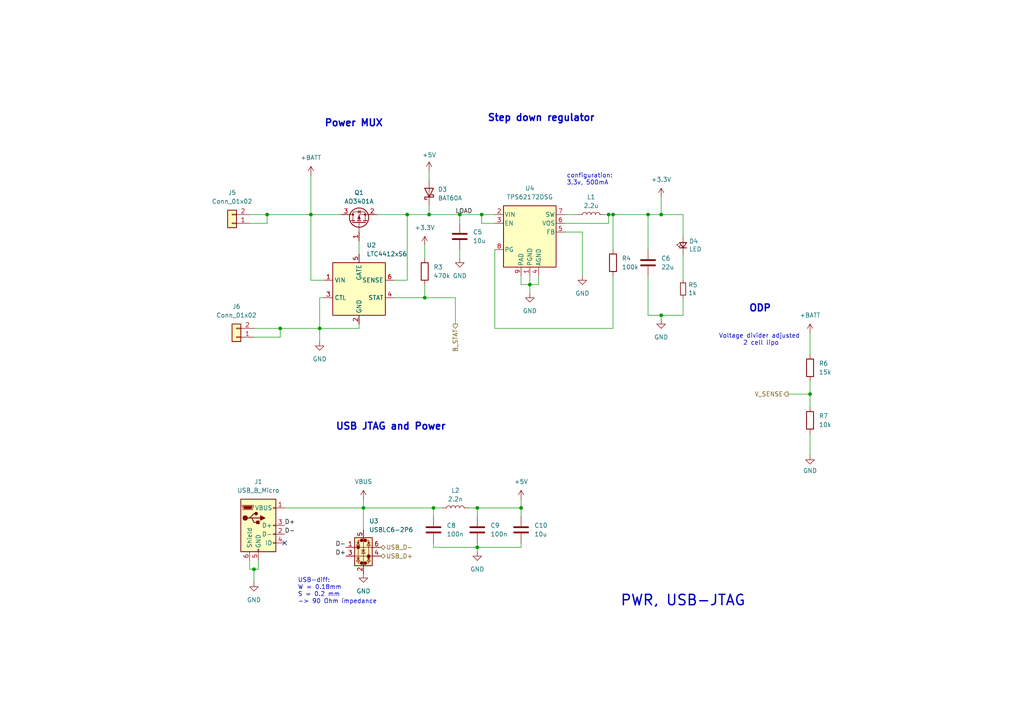
<source format=kicad_sch>
(kicad_sch (version 20231120) (generator "eeschema") (generator_version "8.0")
  (paper "A4")
  (lib_symbols
    (symbol "+3.3V_1" (power) (pin_numbers hide) (pin_names (offset 0) hide)
      (property "Value" "+3.3V" (at 0 3.556 0))
      (symbol "+3.3V_1_0_1"
        (polyline (pts (xy -0.762 1.27) (xy 0 2.54)))
        (polyline (pts (xy 0 0) (xy 0 2.54)))
        (polyline (pts (xy 0 2.54) (xy 0.762 1.27)))
      )
      (symbol "+3.3V_1_1_1"
        (pin power_in line (at 0 0 90) (length 0) (name "~") (number "1"))
      )
    )
    (symbol "Connector:USB_B_Micro" (pin_names (offset 1.016))
      (property "Reference" "J" (at -5.08 11.43 0))
      (property "Value" "USB_B_Micro" (at -5.08 8.89 0))
      (symbol "USB_B_Micro_0_1"
        (rectangle (start -5.08 -7.62) (end 5.08 7.62) (stroke (width 0.254)) (fill (type background)))
        (circle (center -3.81 2.159) (radius 0.635) (stroke (width 0.254)) (fill (type outline)))
        (circle (center -0.635 3.429) (radius 0.381) (stroke (width 0.254)) (fill (type outline)))
        (rectangle (start -0.127 -7.62) (end 0.127 -6.858))
        (polyline (pts (xy -1.905 2.159) (xy 0.635 2.159)) (stroke (width 0.254)))
        (polyline (pts (xy -3.175 2.159) (xy -2.54 2.159) (xy -1.27 3.429) (xy -0.635 3.429)) (stroke (width 0.254)))
        (polyline (pts (xy -2.54 2.159) (xy -1.905 2.159) (xy -1.27 0.889) (xy 0 0.889)) (stroke (width 0.254)))
        (polyline (pts (xy 0.635 2.794) (xy 0.635 1.524) (xy 1.905 2.159) (xy 0.635 2.794)) (stroke (width 0.254)) (fill (type outline)))
        (polyline (pts (xy -4.318 5.588) (xy -1.778 5.588) (xy -2.032 4.826) (xy -4.064 4.826) (xy -4.318 5.588)) (fill (type outline)))
        (polyline (pts (xy -4.699 5.842) (xy -4.699 5.588) (xy -4.445 4.826) (xy -4.445 4.572) (xy -1.651 4.572) (xy -1.651 4.826) (xy -1.397 5.588) (xy -1.397 5.842) (xy -4.699 5.842)))
        (rectangle (start 0.254 1.27) (end -0.508 0.508) (stroke (width 0.254)) (fill (type outline)))
        (rectangle (start 5.08 -5.207) (end 4.318 -4.953))
        (rectangle (start 5.08 -2.667) (end 4.318 -2.413))
        (rectangle (start 5.08 -0.127) (end 4.318 0.127))
        (rectangle (start 5.08 4.953) (end 4.318 5.207))
      )
      (symbol "USB_B_Micro_1_1"
        (pin power_out line (at 7.62 5.08 180) (length 2.54) (name "VBUS") (number "1"))
        (pin bidirectional line (at 7.62 -2.54 180) (length 2.54) (name "D-") (number "2"))
        (pin bidirectional line (at 7.62 0 180) (length 2.54) (name "D+") (number "3"))
        (pin passive line (at 7.62 -5.08 180) (length 2.54) (name "ID") (number "4"))
        (pin power_out line (at 0 -10.16 90) (length 2.54) (name "GND") (number "5"))
        (pin passive line (at -2.54 -10.16 90) (length 2.54) (name "Shield") (number "6"))
      )
    )
    (symbol "Connector_Generic:Conn_01x02" (pin_names (offset 1.016) hide)
      (property "Reference" "J" (at 0 2.54 0))
      (property "Value" "Conn_01x02" (at 0 -5.08 0))
      (symbol "Conn_01x02_1_1"
        (rectangle (start -1.27 -2.413) (end 0 -2.667) (stroke (width 0.1524)))
        (rectangle (start -1.27 0.127) (end 0 -0.127) (stroke (width 0.1524)))
        (rectangle (start -1.27 1.27) (end 1.27 -3.81) (stroke (width 0.254)) (fill (type background)))
        (pin passive line (at -5.08 0 0) (length 3.81) (name "Pin_1") (number "1"))
        (pin passive line (at -5.08 -2.54 0) (length 3.81) (name "Pin_2") (number "2"))
      )
    )
    (symbol "Device:C" (pin_numbers hide) (pin_names (offset 0.254))
      (property "Reference" "C" (at 0.635 2.54 0))
      (property "Value" "C" (at 0.635 -2.54 0))
      (symbol "C_0_1"
        (polyline (pts (xy -2.032 -0.762) (xy 2.032 -0.762)) (stroke (width 0.508)))
        (polyline (pts (xy -2.032 0.762) (xy 2.032 0.762)) (stroke (width 0.508)))
      )
      (symbol "C_1_1"
        (pin passive line (at 0 3.81 270) (length 2.794) (name "~") (number "1"))
        (pin passive line (at 0 -3.81 90) (length 2.794) (name "~") (number "2"))
      )
    )
    (symbol "Device:L" (pin_numbers hide) (pin_names (offset 1.016) hide)
      (property "Reference" "L" (at -1.27 0 90))
      (property "Value" "L" (at 1.905 0 90))
      (symbol "L_0_1"
        (arc (start 0 -2.54) (mid 0.6323 -1.905) (end 0 -1.27))
        (arc (start 0 -1.27) (mid 0.6323 -0.635) (end 0 0))
        (arc (start 0 0) (mid 0.6323 0.635) (end 0 1.27))
        (arc (start 0 1.27) (mid 0.6323 1.905) (end 0 2.54))
      )
      (symbol "L_1_1"
        (pin passive line (at 0 3.81 270) (length 1.27) (name "1") (number "1"))
        (pin passive line (at 0 -3.81 90) (length 1.27) (name "2") (number "2"))
      )
    )
    (symbol "Device:LED_Small" (pin_numbers hide) (pin_names (offset 0.254) hide)
      (property "Reference" "D" (at -1.27 3.175 0))
      (property "Value" "LED_Small" (at -4.445 -2.54 0))
      (symbol "LED_Small_0_1"
        (polyline (pts (xy -0.762 -1.016) (xy -0.762 1.016)) (stroke (width 0.254)))
        (polyline (pts (xy 1.016 0) (xy -0.762 0)))
        (polyline (pts (xy 0.762 -1.016) (xy -0.762 0) (xy 0.762 1.016) (xy 0.762 -1.016)) (stroke (width 0.254)))
        (polyline (pts (xy 0 0.762) (xy -0.508 1.27) (xy -0.254 1.27) (xy -0.508 1.27) (xy -0.508 1.016)))
        (polyline (pts (xy 0.508 1.27) (xy 0 1.778) (xy 0.254 1.778) (xy 0 1.778) (xy 0 1.524)))
      )
      (symbol "LED_Small_1_1"
        (pin passive line (at -2.54 0 0) (length 1.778) (name "K") (number "1"))
        (pin passive line (at 2.54 0 180) (length 1.778) (name "A") (number "2"))
      )
    )
    (symbol "Device:R" (pin_numbers hide) (pin_names (offset 0))
      (property "Reference" "R" (at 2.032 0 90))
      (property "Value" "R" (at 0 0 90))
      (symbol "R_0_1"
        (rectangle (start -1.016 -2.54) (end 1.016 2.54) (stroke (width 0.254)))
      )
      (symbol "R_1_1"
        (pin passive line (at 0 3.81 270) (length 1.27) (name "~") (number "1"))
        (pin passive line (at 0 -3.81 90) (length 1.27) (name "~") (number "2"))
      )
    )
    (symbol "Device:R_Small" (pin_numbers hide) (pin_names (offset 0.254) hide)
      (property "Reference" "R" (at 0.762 0.508 0))
      (property "Value" "R_Small" (at 0.762 -1.016 0))
      (symbol "R_Small_0_1"
        (rectangle (start -0.762 1.778) (end 0.762 -1.778) (stroke (width 0.2032)))
      )
      (symbol "R_Small_1_1"
        (pin passive line (at 0 2.54 270) (length 0.762) (name "~") (number "1"))
        (pin passive line (at 0 -2.54 90) (length 0.762) (name "~") (number "2"))
      )
    )
    (symbol "Diode:BAT60A" (pin_numbers hide) (pin_names (offset 1.016) hide)
      (property "Reference" "D" (at 0 2.54 0))
      (property "Value" "BAT60A" (at 0 -2.54 0))
      (symbol "BAT60A_0_1"
        (polyline (pts (xy 1.27 0) (xy -1.27 0)))
        (polyline (pts (xy 1.27 1.27) (xy 1.27 -1.27) (xy -1.27 0) (xy 1.27 1.27)) (stroke (width 0.254)))
        (polyline (pts (xy -1.905 0.635) (xy -1.905 1.27) (xy -1.27 1.27) (xy -1.27 -1.27) (xy -0.635 -1.27) (xy -0.635 -0.635)) (stroke (width 0.254)))
      )
      (symbol "BAT60A_1_1"
        (pin passive line (at -3.81 0 0) (length 2.54) (name "K") (number "1"))
        (pin passive line (at 3.81 0 180) (length 2.54) (name "A") (number "2"))
      )
    )
    (symbol "GND_1" (power) (pin_numbers hide) (pin_names (offset 0) hide)
      (property "Value" "GND" (at 0 -3.81 0))
      (symbol "GND_1_0_1"
        (polyline (pts (xy 0 0) (xy 0 -1.27) (xy 1.27 -1.27) (xy 0 -2.54) (xy -1.27 -1.27) (xy 0 -1.27)))
      )
      (symbol "GND_1_1_1"
        (pin power_in line (at 0 0 270) (length 0) (name "~") (number "1"))
      )
    )
    (symbol "GND_3" (power) (pin_numbers hide) (pin_names (offset 0) hide)
      (property "Value" "GND" (at 0 -3.81 0))
      (symbol "GND_3_0_1"
        (polyline (pts (xy 0 0) (xy 0 -1.27) (xy 1.27 -1.27) (xy 0 -2.54) (xy -1.27 -1.27) (xy 0 -1.27)))
      )
      (symbol "GND_3_1_1"
        (pin power_in line (at 0 0 270) (length 0) (name "~") (number "1"))
      )
    )
    (symbol "Power_Management:LTC4412xS6"
      (property "Reference" "U" (at -6.35 8.89 0))
      (property "Value" "LTC4412xS6" (at 6.35 8.89 0))
      (symbol "LTC4412xS6_0_1"
        (rectangle (start -7.62 7.62) (end 7.62 -7.62) (stroke (width 0.254)) (fill (type background)))
      )
      (symbol "LTC4412xS6_1_1"
        (pin power_in line (at -10.16 2.54 0) (length 2.54) (name "VIN") (number "1"))
        (pin power_in line (at 0 -10.16 90) (length 2.54) (name "GND") (number "2"))
        (pin input line (at -10.16 -2.54 0) (length 2.54) (name "CTL") (number "3"))
        (pin open_collector line (at 10.16 -2.54 180) (length 2.54) (name "STAT") (number "4"))
        (pin output line (at 0 10.16 270) (length 2.54) (name "GATE") (number "5"))
        (pin input line (at 10.16 2.54 180) (length 2.54) (name "SENSE") (number "6"))
      )
    )
    (symbol "Power_Protection:USBLC6-2P6" (pin_names hide)
      (property "Reference" "U" (at 0.635 5.715 0))
      (property "Value" "USBLC6-2P6" (at 0.635 3.81 0))
      (symbol "USBLC6-2P6_0_0"
        (circle (center -1.524 0) (radius 0.0001) (stroke (width 0.508)))
        (circle (center -0.508 -4.572) (radius 0.0001) (stroke (width 0.508)))
        (circle (center -0.508 2.032) (radius 0.0001) (stroke (width 0.508)))
        (circle (center 0.508 -4.572) (radius 0.0001) (stroke (width 0.508)))
        (circle (center 0.508 2.032) (radius 0.0001) (stroke (width 0.508)))
        (circle (center 1.524 -2.54) (radius 0.0001) (stroke (width 0.508)))
      )
      (symbol "USBLC6-2P6_0_1"
        (polyline (pts (xy -2.54 -2.54) (xy 2.54 -2.54)))
        (polyline (pts (xy -2.54 0) (xy 2.54 0)))
        (polyline (pts (xy -2.032 -3.048) (xy -1.016 -3.048)))
        (polyline (pts (xy -1.016 1.524) (xy -2.032 1.524)))
        (polyline (pts (xy 1.016 -3.048) (xy 2.032 -3.048)))
        (polyline (pts (xy 1.016 1.524) (xy 2.032 1.524)))
        (polyline (pts (xy -0.508 -1.143) (xy -0.508 -0.762) (xy 0.508 -0.762)))
        (polyline (pts (xy -2.032 0.508) (xy -1.016 0.508) (xy -1.524 1.524) (xy -2.032 0.508)))
        (polyline (pts (xy -1.016 -4.064) (xy -2.032 -4.064) (xy -1.524 -3.048) (xy -1.016 -4.064)))
        (polyline (pts (xy 0.508 -1.778) (xy -0.508 -1.778) (xy 0 -0.762) (xy 0.508 -1.778)))
        (polyline (pts (xy 2.032 -4.064) (xy 1.016 -4.064) (xy 1.524 -3.048) (xy 2.032 -4.064)))
        (polyline (pts (xy 2.032 0.508) (xy 1.016 0.508) (xy 1.524 1.524) (xy 2.032 0.508)))
        (polyline (pts (xy 0 2.54) (xy -0.508 2.032) (xy 0.508 2.032) (xy 0 1.524) (xy 0 -4.064) (xy -0.508 -4.572) (xy 0.508 -4.572) (xy 0 -5.08)))
      )
      (symbol "USBLC6-2P6_1_1"
        (rectangle (start -2.54 2.794) (end 2.54 -5.334) (stroke (width 0.254)) (fill (type background)))
        (polyline (pts (xy -0.508 2.032) (xy -1.524 2.032) (xy -1.524 -4.572) (xy -0.508 -4.572)))
        (polyline (pts (xy 0.508 -4.572) (xy 1.524 -4.572) (xy 1.524 2.032) (xy 0.508 2.032)))
        (pin passive line (at -5.08 0 0) (length 2.54) (name "I/O1") (number "1"))
        (pin passive line (at 0 -7.62 90) (length 2.54) (name "GND") (number "2"))
        (pin passive line (at -5.08 -2.54 0) (length 2.54) (name "I/O2") (number "3"))
        (pin passive line (at 5.08 -2.54 180) (length 2.54) (name "I/O2") (number "4"))
        (pin passive line (at 0 5.08 270) (length 2.54) (name "VBUS") (number "5"))
        (pin passive line (at 5.08 0 180) (length 2.54) (name "I/O1") (number "6"))
      )
    )
    (symbol "Regulator_Switching:TPS62172DSG" (pin_names (offset 0.254))
      (property "Reference" "U" (at -7.62 11.43 0))
      (property "Value" "TPS62172DSG" (at -1.27 11.43 0))
      (symbol "TPS62172DSG_0_1"
        (rectangle (start -7.62 10.16) (end 7.62 -7.62) (stroke (width 0.254)) (fill (type background)))
      )
      (symbol "TPS62172DSG_1_1"
        (pin power_in line (at 0 -10.16 90) (length 2.54) (name "PGND") (number "1"))
        (pin power_in line (at -10.16 7.62 0) (length 2.54) (name "VIN") (number "2"))
        (pin input line (at -10.16 5.08 0) (length 2.54) (name "EN") (number "3"))
        (pin power_in line (at 2.54 -10.16 90) (length 2.54) (name "AGND") (number "4"))
        (pin input line (at 10.16 2.54 180) (length 2.54) (name "FB") (number "5"))
        (pin input line (at 10.16 5.08 180) (length 2.54) (name "VOS") (number "6"))
        (pin output line (at 10.16 7.62 180) (length 2.54) (name "SW") (number "7"))
        (pin open_collector line (at -10.16 -2.54 0) (length 2.54) (name "PG") (number "8"))
        (pin power_in line (at -2.54 -10.16 90) (length 2.54) (name "PAD") (number "9"))
      )
    )
    (symbol "Transistor_FET:AO3401A" (pin_names hide)
      (property "Reference" "Q" (at 5.08 1.905 0))
      (property "Value" "AO3401A" (at 5.08 0 0))
      (symbol "AO3401A_0_1"
        (polyline (pts (xy 0.254 0) (xy -2.54 0)))
        (polyline (pts (xy 0.254 1.905) (xy 0.254 -1.905)) (stroke (width 0.254)))
        (polyline (pts (xy 0.762 -1.27) (xy 0.762 -2.286)) (stroke (width 0.254)))
        (polyline (pts (xy 0.762 0.508) (xy 0.762 -0.508)) (stroke (width 0.254)))
        (polyline (pts (xy 0.762 2.286) (xy 0.762 1.27)) (stroke (width 0.254)))
        (polyline (pts (xy 2.54 2.54) (xy 2.54 1.778)))
        (polyline (pts (xy 2.54 -2.54) (xy 2.54 0) (xy 0.762 0)))
        (polyline (pts (xy 0.762 1.778) (xy 3.302 1.778) (xy 3.302 -1.778) (xy 0.762 -1.778)))
        (polyline (pts (xy 2.286 0) (xy 1.27 0.381) (xy 1.27 -0.381) (xy 2.286 0)) (fill (type outline)))
        (polyline (pts (xy 2.794 -0.508) (xy 2.921 -0.381) (xy 3.683 -0.381) (xy 3.81 -0.254)))
        (polyline (pts (xy 3.302 -0.381) (xy 2.921 0.254) (xy 3.683 0.254) (xy 3.302 -0.381)))
        (circle (center 1.651 0) (radius 2.794) (stroke (width 0.254)))
        (circle (center 2.54 -1.778) (radius 0.254) (fill (type outline)))
        (circle (center 2.54 1.778) (radius 0.254) (fill (type outline)))
      )
      (symbol "AO3401A_1_1"
        (pin input line (at -5.08 0 0) (length 2.54) (name "G") (number "1"))
        (pin passive line (at 2.54 -5.08 90) (length 2.54) (name "S") (number "2"))
        (pin passive line (at 2.54 5.08 270) (length 2.54) (name "D") (number "3"))
      )
    )
    (symbol "power:+3.3V" (power) (pin_names (offset 0))
      (property "Value" "+3.3V" (at 0 3.556 0))
      (symbol "+3.3V_0_1"
        (polyline (pts (xy -0.762 1.27) (xy 0 2.54)))
        (polyline (pts (xy 0 0) (xy 0 2.54)))
        (polyline (pts (xy 0 2.54) (xy 0.762 1.27)))
      )
      (symbol "+3.3V_1_1"
        (pin power_in line (at 0 0 90) (length 0) hide (name "+3.3V") (number "1"))
      )
    )
    (symbol "power:+5V" (power) (pin_names (offset 0))
      (property "Value" "+5V" (at 0 3.556 0))
      (symbol "+5V_0_1"
        (polyline (pts (xy -0.762 1.27) (xy 0 2.54)))
        (polyline (pts (xy 0 0) (xy 0 2.54)))
        (polyline (pts (xy 0 2.54) (xy 0.762 1.27)))
      )
      (symbol "+5V_1_1"
        (pin power_in line (at 0 0 90) (length 0) hide (name "+5V") (number "1"))
      )
    )
    (symbol "power:+BATT" (power) (pin_numbers hide) (pin_names (offset 0) hide)
      (property "Value" "+BATT" (at 0 3.556 0))
      (symbol "+BATT_0_1"
        (polyline (pts (xy -0.762 1.27) (xy 0 2.54)))
        (polyline (pts (xy 0 0) (xy 0 2.54)))
        (polyline (pts (xy 0 2.54) (xy 0.762 1.27)))
      )
      (symbol "+BATT_1_1"
        (pin power_in line (at 0 0 90) (length 0) (name "~") (number "1"))
      )
    )
    (symbol "power:GND" (power) (pin_names (offset 0))
      (property "Value" "GND" (at 0 -3.81 0))
      (symbol "GND_0_1"
        (polyline (pts (xy 0 0) (xy 0 -1.27) (xy 1.27 -1.27) (xy 0 -2.54) (xy -1.27 -1.27) (xy 0 -1.27)))
      )
      (symbol "GND_1_1"
        (pin power_in line (at 0 0 270) (length 0) hide (name "GND") (number "1"))
      )
    )
    (symbol "power:VBUS" (power) (pin_numbers hide) (pin_names (offset 0) hide)
      (property "Value" "VBUS" (at 0 3.556 0))
      (symbol "VBUS_0_1"
        (polyline (pts (xy -0.762 1.27) (xy 0 2.54)))
        (polyline (pts (xy 0 0) (xy 0 2.54)))
        (polyline (pts (xy 0 2.54) (xy 0.762 1.27)))
      )
      (symbol "VBUS_1_1"
        (pin power_in line (at 0 0 90) (length 0) (name "~") (number "1"))
      )
    )
  )
  (junction (at 124.46 62.23))
  (junction (at 176.53 62.23))
  (junction (at 77.47 62.23))
  (junction (at 133.35 62.23))
  (junction (at 153.67 82.55))
  (junction (at 177.8 62.23))
  (junction (at 105.41 147.32))
  (junction (at 90.17 62.23))
  (junction (at 138.43 147.32))
  (junction (at 118.11 62.23))
  (junction (at 191.77 91.44))
  (junction (at 92.71 95.25))
  (junction (at 138.43 158.75))
  (junction (at 81.28 95.25))
  (junction (at 139.7 62.23))
  (junction (at 151.13 147.32))
  (junction (at 187.96 62.23))
  (junction (at 234.95 114.3))
  (junction (at 73.66 165.1))
  (junction (at 123.19 86.36))
  (junction (at 191.77 62.23))
  (junction (at 125.73 147.32))
  (no_connect (at 82.55 157.48))
  (wire (pts (xy 132.08 93.98) (xy 132.08 86.36)))
  (wire (pts (xy 187.96 62.23) (xy 187.96 72.39)))
  (wire (pts (xy 191.77 92.71) (xy 191.77 91.44)))
  (wire (pts (xy 175.26 62.23) (xy 176.53 62.23)))
  (wire (pts (xy 118.11 81.28) (xy 118.11 62.23)))
  (wire (pts (xy 151.13 147.32) (xy 151.13 149.86)))
  (wire (pts (xy 77.47 64.77) (xy 77.47 62.23)))
  (wire (pts (xy 198.12 62.23) (xy 198.12 68.58)))
  (wire (pts (xy 77.47 62.23) (xy 90.17 62.23)))
  (wire (pts (xy 163.83 62.23) (xy 167.64 62.23)))
  (wire (pts (xy 123.19 71.12) (xy 123.19 74.93)))
  (wire (pts (xy 104.14 69.85) (xy 104.14 73.66)))
  (wire (pts (xy 163.83 67.31) (xy 168.91 67.31)))
  (wire (pts (xy 114.3 86.36) (xy 123.19 86.36)))
  (wire (pts (xy 90.17 62.23) (xy 99.06 62.23)))
  (wire (pts (xy 123.19 82.55) (xy 123.19 86.36)))
  (wire (pts (xy 139.7 64.77) (xy 139.7 62.23)))
  (wire (pts (xy 138.43 149.86) (xy 138.43 147.32)))
  (wire (pts (xy 187.96 91.44) (xy 191.77 91.44)))
  (wire (pts (xy 72.39 64.77) (xy 77.47 64.77)))
  (wire (pts (xy 82.55 147.32) (xy 105.41 147.32)))
  (wire (pts (xy 138.43 158.75) (xy 138.43 160.02)))
  (wire (pts (xy 191.77 57.15) (xy 191.77 62.23)))
  (wire (pts (xy 187.96 62.23) (xy 191.77 62.23)))
  (wire (pts (xy 81.28 97.79) (xy 81.28 95.25)))
  (wire (pts (xy 153.67 80.01) (xy 153.67 82.55)))
  (wire (pts (xy 93.98 81.28) (xy 90.17 81.28)))
  (wire (pts (xy 125.73 147.32) (xy 125.73 149.86)))
  (wire (pts (xy 234.95 125.73) (xy 234.95 132.08)))
  (wire (pts (xy 133.35 62.23) (xy 133.35 64.77)))
  (wire (pts (xy 90.17 50.8) (xy 90.17 62.23)))
  (wire (pts (xy 105.41 144.78) (xy 105.41 147.32)))
  (wire (pts (xy 133.35 62.23) (xy 139.7 62.23)))
  (wire (pts (xy 177.8 62.23) (xy 187.96 62.23)))
  (wire (pts (xy 143.51 72.39) (xy 143.51 95.25)))
  (wire (pts (xy 191.77 91.44) (xy 198.12 91.44)))
  (wire (pts (xy 151.13 82.55) (xy 153.67 82.55)))
  (wire (pts (xy 151.13 158.75) (xy 138.43 158.75)))
  (wire (pts (xy 74.93 162.56) (xy 74.93 165.1)))
  (wire (pts (xy 198.12 86.36) (xy 198.12 91.44)))
  (wire (pts (xy 125.73 157.48) (xy 125.73 158.75)))
  (wire (pts (xy 92.71 86.36) (xy 92.71 95.25)))
  (wire (pts (xy 104.14 95.25) (xy 104.14 93.98)))
  (wire (pts (xy 234.95 96.52) (xy 234.95 102.87)))
  (wire (pts (xy 72.39 165.1) (xy 72.39 162.56)))
  (wire (pts (xy 105.41 147.32) (xy 105.41 153.67)))
  (wire (pts (xy 138.43 158.75) (xy 125.73 158.75)))
  (wire (pts (xy 138.43 147.32) (xy 151.13 147.32)))
  (wire (pts (xy 74.93 165.1) (xy 73.66 165.1)))
  (wire (pts (xy 93.98 86.36) (xy 92.71 86.36)))
  (wire (pts (xy 153.67 82.55) (xy 153.67 85.09)))
  (wire (pts (xy 191.77 62.23) (xy 198.12 62.23)))
  (wire (pts (xy 133.35 72.39) (xy 133.35 74.93)))
  (wire (pts (xy 143.51 64.77) (xy 139.7 64.77)))
  (wire (pts (xy 72.39 62.23) (xy 77.47 62.23)))
  (wire (pts (xy 73.66 165.1) (xy 73.66 168.91)))
  (wire (pts (xy 132.08 86.36) (xy 123.19 86.36)))
  (wire (pts (xy 234.95 110.49) (xy 234.95 114.3)))
  (wire (pts (xy 168.91 67.31) (xy 168.91 80.01)))
  (wire (pts (xy 73.66 165.1) (xy 72.39 165.1)))
  (wire (pts (xy 151.13 80.01) (xy 151.13 82.55)))
  (wire (pts (xy 135.89 147.32) (xy 138.43 147.32)))
  (wire (pts (xy 187.96 80.01) (xy 187.96 91.44)))
  (wire (pts (xy 92.71 95.25) (xy 92.71 99.06)))
  (wire (pts (xy 151.13 144.78) (xy 151.13 147.32)))
  (wire (pts (xy 177.8 95.25) (xy 177.8 80.01)))
  (wire (pts (xy 92.71 95.25) (xy 104.14 95.25)))
  (wire (pts (xy 163.83 64.77) (xy 176.53 64.77)))
  (wire (pts (xy 234.95 114.3) (xy 234.95 118.11)))
  (wire (pts (xy 124.46 62.23) (xy 133.35 62.23)))
  (wire (pts (xy 124.46 49.53) (xy 124.46 52.07)))
  (wire (pts (xy 105.41 147.32) (xy 125.73 147.32)))
  (wire (pts (xy 118.11 62.23) (xy 124.46 62.23)))
  (wire (pts (xy 198.12 73.66) (xy 198.12 81.28)))
  (wire (pts (xy 156.21 82.55) (xy 153.67 82.55)))
  (wire (pts (xy 176.53 64.77) (xy 176.53 62.23)))
  (wire (pts (xy 73.66 95.25) (xy 81.28 95.25)))
  (wire (pts (xy 138.43 157.48) (xy 138.43 158.75)))
  (wire (pts (xy 177.8 62.23) (xy 177.8 72.39)))
  (wire (pts (xy 81.28 95.25) (xy 92.71 95.25)))
  (wire (pts (xy 73.66 97.79) (xy 81.28 97.79)))
  (wire (pts (xy 90.17 62.23) (xy 90.17 81.28)))
  (wire (pts (xy 143.51 62.23) (xy 139.7 62.23)))
  (wire (pts (xy 143.51 95.25) (xy 177.8 95.25)))
  (wire (pts (xy 228.6 114.3) (xy 234.95 114.3)))
  (wire (pts (xy 124.46 59.69) (xy 124.46 62.23)))
  (wire (pts (xy 151.13 158.75) (xy 151.13 157.48)))
  (wire (pts (xy 156.21 80.01) (xy 156.21 82.55)))
  (wire (pts (xy 176.53 62.23) (xy 177.8 62.23)))
  (wire (pts (xy 114.3 81.28) (xy 118.11 81.28)))
  (wire (pts (xy 109.22 62.23) (xy 118.11 62.23)))
  (wire (pts (xy 125.73 147.32) (xy 128.27 147.32)))
  (text "Power MUX" (at 102.616 35.814 0) (effects (font (size 2 2) (thickness 0.4) (bold yes))))
  (text "USB JTAG and Power" (at 97.282 124.968 0) (effects (font (size 2 2) (thickness 0.4) (bold yes)) (justify left bottom)))
  (text "ODP" (at 223.774 90.678 0) (effects (font (size 2 2) (thickness 0.4) (bold yes)) (justify right bottom)))
  (text "USB-diff:\nW = 0.18mm \nS = 0.2 mm\n-> 90 Ohm impedance" (at 86.36 171.45 0) (effects (font (size 1.27 1.27)) (justify left)))
  (text "configuration:\n3.3v, 500mA" (at 164.338 52.07 0) (effects (font (size 1.27 1.27)) (justify left)))
  (text "PWR, USB-JTAG" (at 179.832 176.022 0) (effects (font (size 3 3) (thickness 0.4) (bold yes)) (justify left bottom)))
  (text "Voltage divider adjusted \n2 cell lipo" (at 220.726 98.552 0) (effects (font (size 1.27 1.27))))
  (text "Step down regulator" (at 156.972 34.29 0) (effects (font (size 2 2) (thickness 0.4) (bold yes))))
  (label "D+" (at 100.33 161.29 180))
  (label "D-" (at 82.55 154.94 0))
  (label "D-" (at 100.33 158.75 180))
  (label "D+" (at 82.55 152.4 0))
  (label "LOAD" (at 132.08 62.23 0))
  (hierarchical_label "USB_D-" (shape bidirectional) (at 110.49 158.75 0))
  (hierarchical_label "B_STAT" (shape output) (at 132.08 93.98 270))
  (hierarchical_label "V_SENSE" (shape output) (at 228.6 114.3 180))
  (hierarchical_label "USB_D+" (shape bidirectional) (at 110.49 161.29 0))
  (symbol (lib_name "GND_3") (lib_id "power:GND") (at 73.66 168.91 0) (unit 1)
    (property "Reference" "#PWR036" (effects (hide yes)))
    (property "Value" "GND" (at 73.66 173.99 0))
    (property "Description" "Power symbol creates a global label with name \"GND\" , ground" (effects (hide yes)))
  )
  (symbol (lib_id "power:GND") (at 191.77 92.71 0) (unit 1)
    (property "Reference" "#PWR020" (effects (hide yes)))
    (property "Value" "GND" (at 191.77 97.79 0))
    (property "Description" "Power symbol creates a global label with name \"GND\" , ground" (effects (hide yes)))
  )
  (symbol (lib_id "Device:L") (at 171.45 62.23 90) (unit 1)
    (property "Reference" "L1" (at 171.45 57.15 90))
    (property "Value" "2.2u" (at 171.45 59.69 90))
    (property "Footprint" "Inductor_SMD:L_1008_2520Metric" (effects (hide yes)))
    (property "Description" "Inductor" (effects (hide yes)))
  )
  (symbol (lib_id "power:+BATT") (at 234.95 96.52 0) (unit 1)
    (property "Reference" "#PWR023" (effects (hide yes)))
    (property "Value" "+BATT" (at 234.95 91.44 0))
    (property "Description" "Power symbol creates a global label with name \"+BATT\"" (effects (hide yes)))
  )
  (symbol (lib_id "Device:R") (at 234.95 106.68 0) (unit 1)
    (property "Reference" "R6" (at 237.49 105.4099 0) (effects (justify left)))
    (property "Value" "15k" (at 237.49 107.9499 0) (effects (justify left)))
    (property "Footprint" "Resistor_SMD:R_0402_1005Metric" (effects (hide yes)))
    (property "Description" "Resistor" (effects (hide yes)))
  )
  (symbol (lib_id "power:+BATT") (at 90.17 50.8 0) (unit 1)
    (property "Reference" "#PWR021" (effects (hide yes)))
    (property "Value" "+BATT" (at 90.17 45.72 0))
    (property "Description" "Power symbol creates a global label with name \"+BATT\"" (effects (hide yes)))
  )
  (symbol (lib_id "Power_Protection:USBLC6-2P6") (at 105.41 158.75 0) (unit 1)
    (property "Reference" "U3" (at 107.0611 151.13 0) (effects (justify left)))
    (property "Value" "USBLC6-2P6" (at 107.0611 153.67 0) (effects (justify left)))
    (property "Footprint" "Package_TO_SOT_SMD:SOT-666" (effects (hide yes)))
    (property "Datasheet" "https://www.st.com/resource/en/datasheet/usblc6-2.pdf" (effects (hide yes)))
    (property "Description" "Very low capacitance ESD protection diode, 2 data-line, SOT-666" (effects (hide yes)))
  )
  (symbol (lib_id "Device:C") (at 187.96 76.2 0) (unit 1)
    (property "Reference" "C6" (at 191.77 74.9299 0) (effects (justify left)))
    (property "Value" "22u" (at 191.77 77.4699 0) (effects (justify left)))
    (property "Footprint" "Capacitor_SMD:C_0805_2012Metric" (effects (hide yes)))
    (property "Description" "Unpolarized capacitor" (effects (hide yes)))
  )
  (symbol (lib_id "Device:C") (at 133.35 68.58 0) (unit 1)
    (property "Reference" "C5" (at 137.16 67.3099 0) (effects (justify left)))
    (property "Value" "10u" (at 137.16 69.8499 0) (effects (justify left)))
    (property "Footprint" "Capacitor_SMD:C_0603_1608Metric" (effects (hide yes)))
    (property "Description" "Unpolarized capacitor" (effects (hide yes)))
  )
  (symbol (lib_name "GND_1") (lib_id "power:GND") (at 92.71 99.06 0) (unit 1)
    (property "Reference" "#PWR013" (effects (hide yes)))
    (property "Value" "GND" (at 92.71 104.14 0))
    (property "Description" "Power symbol creates a global label with name \"GND\" , ground" (effects (hide yes)))
  )
  (symbol (lib_id "Device:L") (at 132.08 147.32 90) (unit 1)
    (property "Reference" "L2" (at 132.08 142.24 90))
    (property "Value" "2.2n" (at 132.08 144.78 90))
    (property "Footprint" "Inductor_SMD:L_0603_1608Metric" (effects (hide yes)))
  )
  (symbol (lib_id "Regulator_Switching:TPS62172DSG") (at 153.67 69.85 0) (unit 1)
    (property "Reference" "U4" (at 153.67 54.61 0))
    (property "Value" "TPS62172DSG" (at 153.67 57.15 0))
    (property "Footprint" "Package_SON:WSON-8-1EP_2x2mm_P0.5mm_EP0.9x1.6mm_ThermalVias" (effects (hide yes)))
    (property "Datasheet" "http://www.ti.com/lit/ds/symlink/tps62170.pdf" (effects (hide yes)))
    (property "Description" "500mA Step-Down Converter with DCS-Control, fixed 3.3V output, 3-17V input voltage, WSON-8" (effects (hide yes)))
  )
  (symbol (lib_id "Power_Management:LTC4412xS6") (at 104.14 83.82 0) (unit 1)
    (property "Reference" "U2" (at 106.3341 71.12 0) (effects (justify left)))
    (property "Value" "LTC4412xS6" (at 106.3341 73.66 0) (effects (justify left)))
    (property "Footprint" "Package_TO_SOT_SMD:TSOT-23-6" (effects (hide yes)))
    (property "Datasheet" "https://www.analog.com/media/en/technical-documentation/data-sheets/4412fb.pdf" (effects (hide yes)))
    (property "Description" "Low Loss PowerPath Controller, TSOT-23-6" (effects (hide yes)))
  )
  (symbol (lib_id "power:+5V") (at 124.46 49.53 0) (unit 1)
    (property "Reference" "#PWR015" (effects (hide yes)))
    (property "Value" "+5V" (at 122.428 44.958 0) (effects (justify left)))
  )
  (symbol (lib_id "Device:R") (at 234.95 121.92 0) (unit 1)
    (property "Reference" "R7" (at 237.49 120.6499 0) (effects (justify left)))
    (property "Value" "10k" (at 237.49 123.1899 0) (effects (justify left)))
    (property "Footprint" "Resistor_SMD:R_0402_1005Metric" (effects (hide yes)))
    (property "Description" "Resistor" (effects (hide yes)))
  )
  (symbol (lib_id "power:+3.3V") (at 191.77 57.15 0) (unit 1)
    (property "Reference" "#PWR019" (effects (hide yes)))
    (property "Value" "+3.3V" (at 191.77 52.07 0))
  )
  (symbol (lib_id "power:GND") (at 133.35 74.93 0) (unit 1)
    (property "Reference" "#PWR016" (effects (hide yes)))
    (property "Value" "GND" (at 133.35 80.01 0))
    (property "Description" "Power symbol creates a global label with name \"GND\" , ground" (effects (hide yes)))
  )
  (symbol (lib_id "power:GND") (at 138.43 160.02 0) (unit 1)
    (property "Reference" "#PWR028" (effects (hide yes)))
    (property "Value" "GND" (at 138.43 165.1 0))
  )
  (symbol (lib_id "Connector_Generic:Conn_01x02") (at 67.31 64.77 180) (unit 1)
    (property "Reference" "J5" (at 67.31 55.88 0))
    (property "Value" "Conn_01x02" (at 67.31 58.42 0))
    (property "Footprint" "Connector_PinHeader_2.54mm:PinHeader_1x02_P2.54mm_Vertical" (effects (hide yes)))
    (property "Description" "Generic connector, single row, 01x02, script generated (kicad-library-utils/schlib/autogen/connector/)" (effects (hide yes)))
  )
  (symbol (lib_id "Connector_Generic:Conn_01x02") (at 68.58 97.79 180) (unit 1)
    (property "Reference" "J6" (at 68.58 88.9 0))
    (property "Value" "Conn_01x02" (at 68.58 91.44 0))
    (property "Footprint" "Connector_PinHeader_2.54mm:PinHeader_1x02_P2.54mm_Vertical" (effects (hide yes)))
    (property "Description" "Generic connector, single row, 01x02, script generated (kicad-library-utils/schlib/autogen/connector/)" (effects (hide yes)))
  )
  (symbol (lib_id "power:GND") (at 234.95 132.08 0) (unit 1)
    (property "Reference" "#PWR024" (effects (hide yes)))
    (property "Value" "GND" (at 234.95 136.525 0))
  )
  (symbol (lib_name "+3.3V_1") (lib_id "power:+3.3V") (at 123.19 71.12 0) (unit 1)
    (property "Reference" "#PWR014" (effects (hide yes)))
    (property "Value" "+3.3V" (at 123.19 66.04 0))
    (property "Description" "Power symbol creates a global label with name \"+3.3V\"" (effects (hide yes)))
  )
  (symbol (lib_id "power:GND") (at 105.41 166.37 0) (unit 1)
    (property "Reference" "#PWR027" (effects (hide yes)))
    (property "Value" "GND" (at 105.41 171.45 0))
  )
  (symbol (lib_id "Diode:BAT60A") (at 124.46 55.88 90) (unit 1)
    (property "Reference" "D3" (at 127 54.9274 90) (effects (justify right)))
    (property "Value" "BAT60A" (at 127 57.4674 90) (effects (justify right)))
    (property "Footprint" "Diode_SMD:D_SOD-323" (effects (hide yes)))
    (property "Datasheet" "https://www.infineon.com/dgdl/Infineon-BAT60ASERIES-DS-v01_01-en.pdf?fileId=db3a304313d846880113def70c9304a9" (effects (hide yes)))
    (property "Description" "10V 3A High Current Recitifier Schottky Diode, SOD-323" (effects (hide yes)))
  )
  (symbol (lib_id "Device:R_Small") (at 198.12 83.82 0) (unit 1)
    (property "Reference" "R5" (at 199.6186 82.6516 0) (effects (justify left)))
    (property "Value" "1k" (at 199.6186 84.963 0) (effects (justify left)))
    (property "Footprint" "Resistor_SMD:R_0402_1005Metric" (effects (hide yes)))
    (property "LCSC" "C163928" (effects (hide yes)))
  )
  (symbol (lib_id "Connector:USB_B_Micro") (at 74.93 152.4 0) (unit 1)
    (property "Reference" "J1" (at 74.93 139.7 0))
    (property "Value" "USB_B_Micro" (at 74.93 142.24 0))
    (property "Footprint" "Connector_USB:USB_Micro-B_Molex-105017-0001" (effects (hide yes)))
    (property "Description" "USB Micro Type B connector" (effects (hide yes)))
  )
  (symbol (lib_id "power:VBUS") (at 105.41 144.78 0) (unit 1)
    (property "Reference" "#PWR026" (effects (hide yes)))
    (property "Value" "VBUS" (at 105.41 139.7 0))
    (property "Description" "Power symbol creates a global label with name \"VBUS\"" (effects (hide yes)))
  )
  (symbol (lib_id "Device:C") (at 138.43 153.67 0) (unit 1)
    (property "Reference" "C9" (at 142.24 152.4 0) (effects (justify left)))
    (property "Value" "100n" (at 142.24 154.94 0) (effects (justify left)))
    (property "Footprint" "Capacitor_SMD:C_0402_1005Metric" (effects (hide yes)))
  )
  (symbol (lib_id "power:+5V") (at 151.13 144.78 0) (unit 1)
    (property "Reference" "#PWR029" (effects (hide yes)))
    (property "Value" "+5V" (at 151.13 139.7 0))
  )
  (symbol (lib_id "Device:LED_Small") (at 198.12 71.12 90) (unit 1)
    (property "Reference" "D4" (at 199.8472 69.9516 90) (effects (justify right)))
    (property "Value" "LED" (at 199.8472 72.263 90) (effects (justify right)))
    (property "Footprint" "LED_SMD:LED_0805_2012Metric_Pad1.15x1.40mm_HandSolder" (effects (hide yes)))
    (property "LCSC" "C205445" (effects (hide yes)))
  )
  (symbol (lib_id "Device:C") (at 125.73 153.67 0) (unit 1)
    (property "Reference" "C8" (at 129.54 152.4 0) (effects (justify left)))
    (property "Value" "100n" (at 129.54 154.94 0) (effects (justify left)))
    (property "Footprint" "Capacitor_SMD:C_0402_1005Metric" (effects (hide yes)))
  )
  (symbol (lib_id "power:GND") (at 168.91 80.01 0) (unit 1)
    (property "Reference" "#PWR018" (effects (hide yes)))
    (property "Value" "GND" (at 168.91 85.09 0))
    (property "Description" "Power symbol creates a global label with name \"GND\" , ground" (effects (hide yes)))
  )
  (symbol (lib_id "Device:C") (at 151.13 153.67 0) (unit 1)
    (property "Reference" "C10" (at 154.94 152.4 0) (effects (justify left)))
    (property "Value" "10u" (at 154.94 154.94 0) (effects (justify left)))
    (property "Footprint" "Capacitor_SMD:C_0603_1608Metric" (effects (hide yes)))
  )
  (symbol (lib_id "power:GND") (at 153.67 85.09 0) (unit 1)
    (property "Reference" "#PWR017" (effects (hide yes)))
    (property "Value" "GND" (at 153.67 90.17 0))
    (property "Description" "Power symbol creates a global label with name \"GND\" , ground" (effects (hide yes)))
  )
  (symbol (lib_id "Device:R") (at 177.8 76.2 0) (unit 1)
    (property "Reference" "R4" (at 180.34 74.9299 0) (effects (justify left)))
    (property "Value" "100k" (at 180.34 77.4699 0) (effects (justify left)))
    (property "Footprint" "Resistor_SMD:R_0402_1005Metric" (effects (hide yes)))
    (property "Description" "Resistor" (effects (hide yes)))
  )
  (symbol (lib_id "Transistor_FET:AO3401A") (at 104.14 64.77 90) (unit 1)
    (property "Reference" "Q1" (at 104.14 55.88 90))
    (property "Value" "AO3401A" (at 104.14 58.42 90))
    (property "Footprint" "Package_TO_SOT_SMD:SOT-23" (effects (hide yes)))
    (property "Datasheet" "http://www.aosmd.com/pdfs/datasheet/AO3401A.pdf" (effects (hide yes)))
    (property "Description" "-4.0A Id, -30V Vds, P-Channel MOSFET, SOT-23" (effects (hide yes)))
  )
  (symbol (lib_id "Device:R") (at 123.19 78.74 0) (unit 1)
    (property "Reference" "R3" (at 125.73 77.4699 0) (effects (justify left)))
    (property "Value" "470k" (at 125.73 80.0099 0) (effects (justify left)))
    (property "Footprint" "Resistor_SMD:R_0402_1005Metric" (effects (hide yes)))
    (property "Description" "Resistor" (effects (hide yes)))
  )
)
</source>
